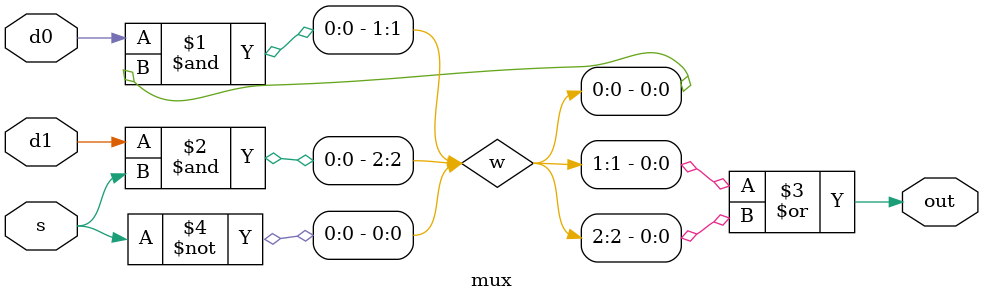
<source format=v>
module mux(input d1,d0,s, output out);

       wire [3:0] w;
       not (w[0],s);

       and (w[1],d0,w[0]);
       and (w[2],d1,s);

       or (out,w[1],w[2]);
endmodule
</source>
